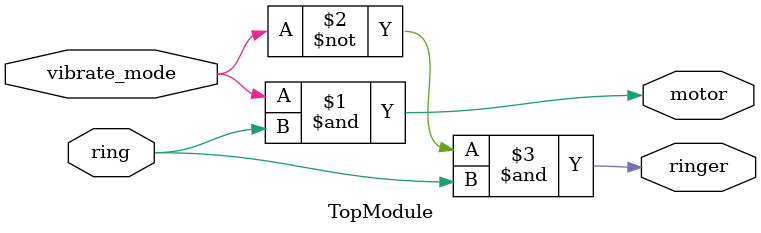
<source format=sv>

module TopModule (
  input ring,
  input vibrate_mode,
  output ringer,
  output motor
);
assign motor = vibrate_mode & ring;
assign ringer = ~vibrate_mode & ring;

endmodule

</source>
